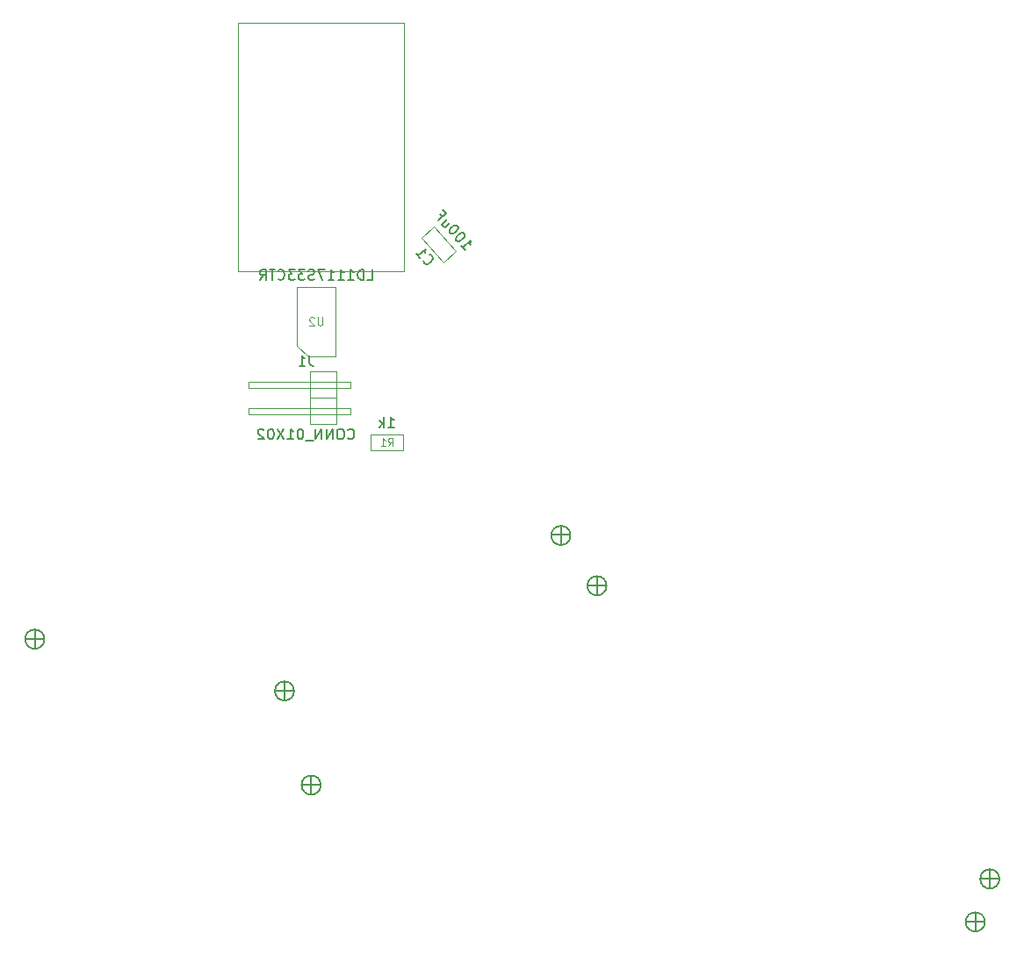
<source format=gbr>
G04 #@! TF.GenerationSoftware,KiCad,Pcbnew,(2017-05-14 revision 14bb238b3)-makepkg*
G04 #@! TF.CreationDate,2017-07-12T11:42:09-06:00*
G04 #@! TF.ProjectId,001,3030312E6B696361645F706362000000,rev?*
G04 #@! TF.FileFunction,Other,Fab,Bot*
%FSLAX46Y46*%
G04 Gerber Fmt 4.6, Leading zero omitted, Abs format (unit mm)*
G04 Created by KiCad (PCBNEW (2017-05-14 revision 14bb238b3)-makepkg) date 07/12/17 11:42:09*
%MOMM*%
%LPD*%
G01*
G04 APERTURE LIST*
%ADD10C,0.100000*%
%ADD11C,0.152400*%
%ADD12C,0.050000*%
%ADD13C,0.150000*%
%ADD14C,0.105000*%
%ADD15C,0.120000*%
G04 APERTURE END LIST*
D10*
D11*
X192423120Y-146596160D02*
X194223120Y-146596160D01*
X193323120Y-147546160D02*
X193323120Y-145796160D01*
X194245074Y-146646160D02*
G75*
G03X194245074Y-146646160I-921954J0D01*
G01*
X157770074Y-114221160D02*
G75*
G03X157770074Y-114221160I-921954J0D01*
G01*
X156848120Y-115121160D02*
X156848120Y-113371160D01*
X155948120Y-114171160D02*
X157748120Y-114171160D01*
X127645074Y-124371160D02*
G75*
G03X127645074Y-124371160I-921954J0D01*
G01*
X126723120Y-125271160D02*
X126723120Y-123521160D01*
X125823120Y-124321160D02*
X127623120Y-124321160D01*
X152473120Y-109321160D02*
X154273120Y-109321160D01*
X153373120Y-110271160D02*
X153373120Y-108521160D01*
X154295074Y-109371160D02*
G75*
G03X154295074Y-109371160I-921954J0D01*
G01*
X130220074Y-133446160D02*
G75*
G03X130220074Y-133446160I-921954J0D01*
G01*
X129298120Y-134346160D02*
X129298120Y-132596160D01*
X128398120Y-133396160D02*
X130198120Y-133396160D01*
X103570074Y-119371160D02*
G75*
G03X103570074Y-119371160I-921954J0D01*
G01*
X102648120Y-120271160D02*
X102648120Y-118521160D01*
X101748120Y-119321160D02*
X103548120Y-119321160D01*
X193823120Y-142446160D02*
X195623120Y-142446160D01*
X194723120Y-143396160D02*
X194723120Y-141646160D01*
X195645074Y-142496160D02*
G75*
G03X195645074Y-142496160I-921954J0D01*
G01*
D12*
X138270600Y-83891560D02*
X138270600Y-59891560D01*
X138262600Y-59891560D02*
X122262600Y-59891560D01*
X122262600Y-59891560D02*
X122262600Y-83891560D01*
X122262600Y-83891560D02*
X138262600Y-83891560D01*
D10*
X139900875Y-80641773D02*
X142042093Y-83019836D01*
X142042093Y-83019836D02*
X143231125Y-81949227D01*
X143231125Y-81949227D02*
X141089907Y-79571164D01*
X141089907Y-79571164D02*
X139900875Y-80641773D01*
X134988000Y-101196000D02*
X138188000Y-101196000D01*
X138188000Y-101196000D02*
X138188000Y-99596000D01*
X138188000Y-99596000D02*
X134988000Y-99596000D01*
X134988000Y-99596000D02*
X134988000Y-101196000D01*
X131631000Y-92113100D02*
X131631000Y-85413100D01*
X127931000Y-85413100D02*
X131631000Y-85413100D01*
X128981000Y-92113100D02*
X131631000Y-92113100D01*
X127931000Y-91063100D02*
X127931000Y-85413100D01*
X127931000Y-91063100D02*
X128981000Y-92113100D01*
X123221000Y-97053700D02*
X133121000Y-97053700D01*
X123221000Y-97693700D02*
X123221000Y-97053700D01*
X133121000Y-97693700D02*
X123221000Y-97693700D01*
X133121000Y-97053700D02*
X133121000Y-97693700D01*
X129221000Y-96103700D02*
X131721000Y-96103700D01*
X129221000Y-98643700D02*
X129221000Y-96103700D01*
X131721000Y-98643700D02*
X129221000Y-98643700D01*
X131721000Y-96103700D02*
X131721000Y-98643700D01*
X123221000Y-94513700D02*
X133121000Y-94513700D01*
X123221000Y-95153700D02*
X123221000Y-94513700D01*
X133121000Y-95153700D02*
X123221000Y-95153700D01*
X133121000Y-94513700D02*
X133121000Y-95153700D01*
X129221000Y-93563700D02*
X131721000Y-93563700D01*
X129221000Y-96103700D02*
X129221000Y-93563700D01*
X131721000Y-96103700D02*
X129221000Y-96103700D01*
X131721000Y-93563700D02*
X131721000Y-96103700D01*
D13*
X143751664Y-81410046D02*
X144134025Y-81834700D01*
X143942844Y-81622373D02*
X144685989Y-80953242D01*
X144643552Y-81119608D01*
X144636503Y-81254110D01*
X144664842Y-81356749D01*
X144080585Y-80280873D02*
X144016859Y-80210097D01*
X143917744Y-80171185D01*
X143850493Y-80167660D01*
X143747854Y-80195999D01*
X143574439Y-80288065D01*
X143397500Y-80447382D01*
X143287812Y-80610223D01*
X143248899Y-80709338D01*
X143245375Y-80776589D01*
X143273714Y-80879228D01*
X143337440Y-80950003D01*
X143436555Y-80988916D01*
X143503806Y-80992440D01*
X143606445Y-80964101D01*
X143779860Y-80872036D01*
X143956799Y-80712719D01*
X144066487Y-80549878D01*
X144105400Y-80450763D01*
X144108924Y-80383512D01*
X144080585Y-80280873D01*
X143443318Y-79573116D02*
X143379591Y-79502340D01*
X143280477Y-79463428D01*
X143213226Y-79459903D01*
X143110587Y-79488242D01*
X142937172Y-79580308D01*
X142760233Y-79739625D01*
X142650544Y-79902466D01*
X142611632Y-80001581D01*
X142608108Y-80068832D01*
X142636447Y-80171471D01*
X142700173Y-80242247D01*
X142799288Y-80281159D01*
X142866539Y-80284683D01*
X142969178Y-80256344D01*
X143142593Y-80164279D01*
X143319532Y-80004962D01*
X143429220Y-79842121D01*
X143468132Y-79743006D01*
X143471657Y-79675755D01*
X143443318Y-79573116D01*
X142399019Y-78911463D02*
X141903589Y-79357550D01*
X142685789Y-79229954D02*
X142296523Y-79580451D01*
X142193884Y-79608790D01*
X142094769Y-79569877D01*
X141999179Y-79463714D01*
X141970840Y-79361075D01*
X141974365Y-79293824D01*
X141751178Y-78405460D02*
X141974222Y-78653175D01*
X141584956Y-79003672D02*
X142328100Y-78334541D01*
X142009467Y-77980663D01*
X140111609Y-82829311D02*
X140108085Y-82896562D01*
X140168287Y-83034589D01*
X140232014Y-83105365D01*
X140362992Y-83179665D01*
X140497494Y-83186714D01*
X140600133Y-83158375D01*
X140773548Y-83066310D01*
X140879712Y-82970720D01*
X140989400Y-82807878D01*
X141028312Y-82708764D01*
X141035361Y-82574261D01*
X140975159Y-82436234D01*
X140911432Y-82365459D01*
X140780454Y-82291159D01*
X140713203Y-82287634D01*
X139403566Y-82185281D02*
X139785927Y-82609935D01*
X139594747Y-82397608D02*
X140337891Y-81728477D01*
X140295455Y-81894843D01*
X140288406Y-82029346D01*
X140316745Y-82131985D01*
X136707047Y-98948380D02*
X137278476Y-98948380D01*
X136992761Y-98948380D02*
X136992761Y-97948380D01*
X137088000Y-98091238D01*
X137183238Y-98186476D01*
X137278476Y-98234095D01*
X136278476Y-98948380D02*
X136278476Y-97948380D01*
X136183238Y-98567428D02*
X135897523Y-98948380D01*
X135897523Y-98281714D02*
X136278476Y-98662666D01*
D14*
X136704666Y-100712666D02*
X136938000Y-100379333D01*
X137104666Y-100712666D02*
X137104666Y-100012666D01*
X136838000Y-100012666D01*
X136771333Y-100046000D01*
X136738000Y-100079333D01*
X136704666Y-100146000D01*
X136704666Y-100246000D01*
X136738000Y-100312666D01*
X136771333Y-100346000D01*
X136838000Y-100379333D01*
X137104666Y-100379333D01*
X136038000Y-100712666D02*
X136438000Y-100712666D01*
X136238000Y-100712666D02*
X136238000Y-100012666D01*
X136304666Y-100112666D01*
X136371333Y-100179333D01*
X136438000Y-100212666D01*
D13*
X134685761Y-84715480D02*
X135161952Y-84715480D01*
X135161952Y-83715480D01*
X134352428Y-84715480D02*
X134352428Y-83715480D01*
X134114333Y-83715480D01*
X133971476Y-83763100D01*
X133876238Y-83858338D01*
X133828619Y-83953576D01*
X133781000Y-84144052D01*
X133781000Y-84286909D01*
X133828619Y-84477385D01*
X133876238Y-84572623D01*
X133971476Y-84667861D01*
X134114333Y-84715480D01*
X134352428Y-84715480D01*
X132828619Y-84715480D02*
X133400047Y-84715480D01*
X133114333Y-84715480D02*
X133114333Y-83715480D01*
X133209571Y-83858338D01*
X133304809Y-83953576D01*
X133400047Y-84001195D01*
X131876238Y-84715480D02*
X132447666Y-84715480D01*
X132161952Y-84715480D02*
X132161952Y-83715480D01*
X132257190Y-83858338D01*
X132352428Y-83953576D01*
X132447666Y-84001195D01*
X130923857Y-84715480D02*
X131495285Y-84715480D01*
X131209571Y-84715480D02*
X131209571Y-83715480D01*
X131304809Y-83858338D01*
X131400047Y-83953576D01*
X131495285Y-84001195D01*
X130590523Y-83715480D02*
X129923857Y-83715480D01*
X130352428Y-84715480D01*
X129590523Y-84667861D02*
X129447666Y-84715480D01*
X129209571Y-84715480D01*
X129114333Y-84667861D01*
X129066714Y-84620242D01*
X129019095Y-84525004D01*
X129019095Y-84429766D01*
X129066714Y-84334528D01*
X129114333Y-84286909D01*
X129209571Y-84239290D01*
X129400047Y-84191671D01*
X129495285Y-84144052D01*
X129542904Y-84096433D01*
X129590523Y-84001195D01*
X129590523Y-83905957D01*
X129542904Y-83810719D01*
X129495285Y-83763100D01*
X129400047Y-83715480D01*
X129161952Y-83715480D01*
X129019095Y-83763100D01*
X128685761Y-83715480D02*
X128066714Y-83715480D01*
X128400047Y-84096433D01*
X128257190Y-84096433D01*
X128161952Y-84144052D01*
X128114333Y-84191671D01*
X128066714Y-84286909D01*
X128066714Y-84525004D01*
X128114333Y-84620242D01*
X128161952Y-84667861D01*
X128257190Y-84715480D01*
X128542904Y-84715480D01*
X128638142Y-84667861D01*
X128685761Y-84620242D01*
X127733380Y-83715480D02*
X127114333Y-83715480D01*
X127447666Y-84096433D01*
X127304809Y-84096433D01*
X127209571Y-84144052D01*
X127161952Y-84191671D01*
X127114333Y-84286909D01*
X127114333Y-84525004D01*
X127161952Y-84620242D01*
X127209571Y-84667861D01*
X127304809Y-84715480D01*
X127590523Y-84715480D01*
X127685761Y-84667861D01*
X127733380Y-84620242D01*
X126114333Y-84620242D02*
X126161952Y-84667861D01*
X126304809Y-84715480D01*
X126400047Y-84715480D01*
X126542904Y-84667861D01*
X126638142Y-84572623D01*
X126685761Y-84477385D01*
X126733380Y-84286909D01*
X126733380Y-84144052D01*
X126685761Y-83953576D01*
X126638142Y-83858338D01*
X126542904Y-83763100D01*
X126400047Y-83715480D01*
X126304809Y-83715480D01*
X126161952Y-83763100D01*
X126114333Y-83810719D01*
X125828619Y-83715480D02*
X125257190Y-83715480D01*
X125542904Y-84715480D02*
X125542904Y-83715480D01*
X124352428Y-84715480D02*
X124685761Y-84239290D01*
X124923857Y-84715480D02*
X124923857Y-83715480D01*
X124542904Y-83715480D01*
X124447666Y-83763100D01*
X124400047Y-83810719D01*
X124352428Y-83905957D01*
X124352428Y-84048814D01*
X124400047Y-84144052D01*
X124447666Y-84191671D01*
X124542904Y-84239290D01*
X124923857Y-84239290D01*
D15*
X130390523Y-88325004D02*
X130390523Y-88972623D01*
X130352428Y-89048814D01*
X130314333Y-89086909D01*
X130238142Y-89125004D01*
X130085761Y-89125004D01*
X130009571Y-89086909D01*
X129971476Y-89048814D01*
X129933380Y-88972623D01*
X129933380Y-88325004D01*
X129590523Y-88401195D02*
X129552428Y-88363100D01*
X129476238Y-88325004D01*
X129285761Y-88325004D01*
X129209571Y-88363100D01*
X129171476Y-88401195D01*
X129133380Y-88477385D01*
X129133380Y-88553576D01*
X129171476Y-88667861D01*
X129628619Y-89125004D01*
X129133380Y-89125004D01*
D13*
X132829809Y-100000842D02*
X132877428Y-100048461D01*
X133020285Y-100096080D01*
X133115523Y-100096080D01*
X133258380Y-100048461D01*
X133353619Y-99953223D01*
X133401238Y-99857985D01*
X133448857Y-99667509D01*
X133448857Y-99524652D01*
X133401238Y-99334176D01*
X133353619Y-99238938D01*
X133258380Y-99143700D01*
X133115523Y-99096080D01*
X133020285Y-99096080D01*
X132877428Y-99143700D01*
X132829809Y-99191319D01*
X132210761Y-99096080D02*
X132020285Y-99096080D01*
X131925047Y-99143700D01*
X131829809Y-99238938D01*
X131782190Y-99429414D01*
X131782190Y-99762747D01*
X131829809Y-99953223D01*
X131925047Y-100048461D01*
X132020285Y-100096080D01*
X132210761Y-100096080D01*
X132306000Y-100048461D01*
X132401238Y-99953223D01*
X132448857Y-99762747D01*
X132448857Y-99429414D01*
X132401238Y-99238938D01*
X132306000Y-99143700D01*
X132210761Y-99096080D01*
X131353619Y-100096080D02*
X131353619Y-99096080D01*
X130782190Y-100096080D01*
X130782190Y-99096080D01*
X130306000Y-100096080D02*
X130306000Y-99096080D01*
X129734571Y-100096080D01*
X129734571Y-99096080D01*
X129496476Y-100191319D02*
X128734571Y-100191319D01*
X128306000Y-99096080D02*
X128210761Y-99096080D01*
X128115523Y-99143700D01*
X128067904Y-99191319D01*
X128020285Y-99286557D01*
X127972666Y-99477033D01*
X127972666Y-99715128D01*
X128020285Y-99905604D01*
X128067904Y-100000842D01*
X128115523Y-100048461D01*
X128210761Y-100096080D01*
X128306000Y-100096080D01*
X128401238Y-100048461D01*
X128448857Y-100000842D01*
X128496476Y-99905604D01*
X128544095Y-99715128D01*
X128544095Y-99477033D01*
X128496476Y-99286557D01*
X128448857Y-99191319D01*
X128401238Y-99143700D01*
X128306000Y-99096080D01*
X127020285Y-100096080D02*
X127591714Y-100096080D01*
X127306000Y-100096080D02*
X127306000Y-99096080D01*
X127401238Y-99238938D01*
X127496476Y-99334176D01*
X127591714Y-99381795D01*
X126686952Y-99096080D02*
X126020285Y-100096080D01*
X126020285Y-99096080D02*
X126686952Y-100096080D01*
X125448857Y-99096080D02*
X125353619Y-99096080D01*
X125258380Y-99143700D01*
X125210761Y-99191319D01*
X125163142Y-99286557D01*
X125115523Y-99477033D01*
X125115523Y-99715128D01*
X125163142Y-99905604D01*
X125210761Y-100000842D01*
X125258380Y-100048461D01*
X125353619Y-100096080D01*
X125448857Y-100096080D01*
X125544095Y-100048461D01*
X125591714Y-100000842D01*
X125639333Y-99905604D01*
X125686952Y-99715128D01*
X125686952Y-99477033D01*
X125639333Y-99286557D01*
X125591714Y-99191319D01*
X125544095Y-99143700D01*
X125448857Y-99096080D01*
X124734571Y-99191319D02*
X124686952Y-99143700D01*
X124591714Y-99096080D01*
X124353619Y-99096080D01*
X124258380Y-99143700D01*
X124210761Y-99191319D01*
X124163142Y-99286557D01*
X124163142Y-99381795D01*
X124210761Y-99524652D01*
X124782190Y-100096080D01*
X124163142Y-100096080D01*
X129139333Y-92016080D02*
X129139333Y-92730366D01*
X129186952Y-92873223D01*
X129282190Y-92968461D01*
X129425047Y-93016080D01*
X129520285Y-93016080D01*
X128139333Y-93016080D02*
X128710761Y-93016080D01*
X128425047Y-93016080D02*
X128425047Y-92016080D01*
X128520285Y-92158938D01*
X128615523Y-92254176D01*
X128710761Y-92301795D01*
M02*

</source>
